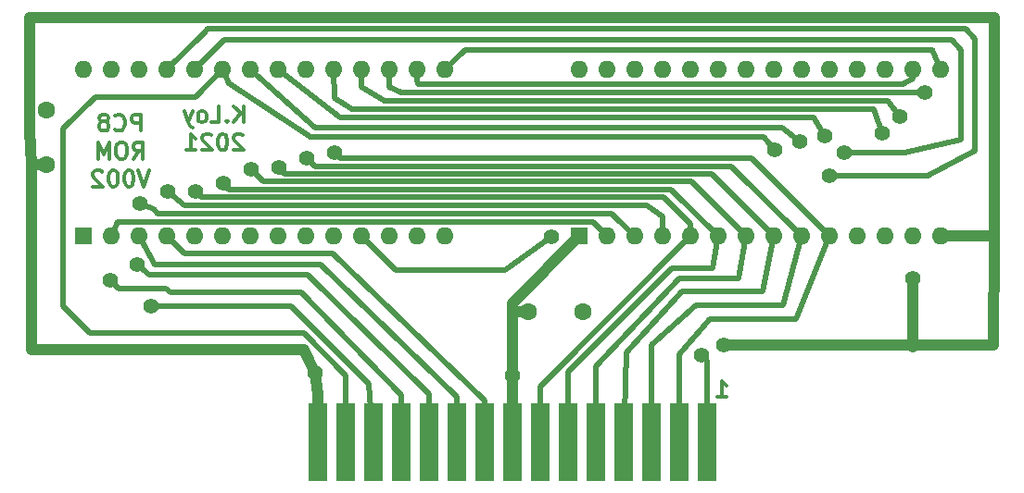
<source format=gbr>
%TF.GenerationSoftware,KiCad,Pcbnew,(5.1.8)-1*%
%TF.CreationDate,2021-01-24T18:09:35+01:00*%
%TF.ProjectId,Alphatronic_PC8_ROM-Modul,416c7068-6174-4726-9f6e-69635f504338,2*%
%TF.SameCoordinates,Original*%
%TF.FileFunction,Copper,L2,Bot*%
%TF.FilePolarity,Positive*%
%FSLAX46Y46*%
G04 Gerber Fmt 4.6, Leading zero omitted, Abs format (unit mm)*
G04 Created by KiCad (PCBNEW (5.1.8)-1) date 2021-01-24 18:09:35*
%MOMM*%
%LPD*%
G01*
G04 APERTURE LIST*
%TA.AperFunction,NonConductor*%
%ADD10C,0.300000*%
%TD*%
%TA.AperFunction,ComponentPad*%
%ADD11C,1.600000*%
%TD*%
%TA.AperFunction,ConnectorPad*%
%ADD12R,1.778000X7.112000*%
%TD*%
%TA.AperFunction,ComponentPad*%
%ADD13O,1.600000X1.600000*%
%TD*%
%TA.AperFunction,ComponentPad*%
%ADD14R,1.600000X1.600000*%
%TD*%
%TA.AperFunction,ViaPad*%
%ADD15C,1.400000*%
%TD*%
%TA.AperFunction,Conductor*%
%ADD16C,1.000000*%
%TD*%
%TA.AperFunction,Conductor*%
%ADD17C,1.500000*%
%TD*%
%TA.AperFunction,Conductor*%
%ADD18C,0.500000*%
%TD*%
G04 APERTURE END LIST*
D10*
X114012142Y-91243571D02*
X114012142Y-89743571D01*
X113440714Y-89743571D01*
X113297857Y-89815000D01*
X113226428Y-89886428D01*
X113155000Y-90029285D01*
X113155000Y-90243571D01*
X113226428Y-90386428D01*
X113297857Y-90457857D01*
X113440714Y-90529285D01*
X114012142Y-90529285D01*
X111655000Y-91100714D02*
X111726428Y-91172142D01*
X111940714Y-91243571D01*
X112083571Y-91243571D01*
X112297857Y-91172142D01*
X112440714Y-91029285D01*
X112512142Y-90886428D01*
X112583571Y-90600714D01*
X112583571Y-90386428D01*
X112512142Y-90100714D01*
X112440714Y-89957857D01*
X112297857Y-89815000D01*
X112083571Y-89743571D01*
X111940714Y-89743571D01*
X111726428Y-89815000D01*
X111655000Y-89886428D01*
X110797857Y-90386428D02*
X110940714Y-90315000D01*
X111012142Y-90243571D01*
X111083571Y-90100714D01*
X111083571Y-90029285D01*
X111012142Y-89886428D01*
X110940714Y-89815000D01*
X110797857Y-89743571D01*
X110512142Y-89743571D01*
X110369285Y-89815000D01*
X110297857Y-89886428D01*
X110226428Y-90029285D01*
X110226428Y-90100714D01*
X110297857Y-90243571D01*
X110369285Y-90315000D01*
X110512142Y-90386428D01*
X110797857Y-90386428D01*
X110940714Y-90457857D01*
X111012142Y-90529285D01*
X111083571Y-90672142D01*
X111083571Y-90957857D01*
X111012142Y-91100714D01*
X110940714Y-91172142D01*
X110797857Y-91243571D01*
X110512142Y-91243571D01*
X110369285Y-91172142D01*
X110297857Y-91100714D01*
X110226428Y-90957857D01*
X110226428Y-90672142D01*
X110297857Y-90529285D01*
X110369285Y-90457857D01*
X110512142Y-90386428D01*
X113333571Y-93793571D02*
X113833571Y-93079285D01*
X114190714Y-93793571D02*
X114190714Y-92293571D01*
X113619285Y-92293571D01*
X113476428Y-92365000D01*
X113405000Y-92436428D01*
X113333571Y-92579285D01*
X113333571Y-92793571D01*
X113405000Y-92936428D01*
X113476428Y-93007857D01*
X113619285Y-93079285D01*
X114190714Y-93079285D01*
X112405000Y-92293571D02*
X112119285Y-92293571D01*
X111976428Y-92365000D01*
X111833571Y-92507857D01*
X111762142Y-92793571D01*
X111762142Y-93293571D01*
X111833571Y-93579285D01*
X111976428Y-93722142D01*
X112119285Y-93793571D01*
X112405000Y-93793571D01*
X112547857Y-93722142D01*
X112690714Y-93579285D01*
X112762142Y-93293571D01*
X112762142Y-92793571D01*
X112690714Y-92507857D01*
X112547857Y-92365000D01*
X112405000Y-92293571D01*
X111119285Y-93793571D02*
X111119285Y-92293571D01*
X110619285Y-93365000D01*
X110119285Y-92293571D01*
X110119285Y-93793571D01*
X114797857Y-94843571D02*
X114297857Y-96343571D01*
X113797857Y-94843571D01*
X113012142Y-94843571D02*
X112869285Y-94843571D01*
X112726428Y-94915000D01*
X112655000Y-94986428D01*
X112583571Y-95129285D01*
X112512142Y-95415000D01*
X112512142Y-95772142D01*
X112583571Y-96057857D01*
X112655000Y-96200714D01*
X112726428Y-96272142D01*
X112869285Y-96343571D01*
X113012142Y-96343571D01*
X113155000Y-96272142D01*
X113226428Y-96200714D01*
X113297857Y-96057857D01*
X113369285Y-95772142D01*
X113369285Y-95415000D01*
X113297857Y-95129285D01*
X113226428Y-94986428D01*
X113155000Y-94915000D01*
X113012142Y-94843571D01*
X111583571Y-94843571D02*
X111440714Y-94843571D01*
X111297857Y-94915000D01*
X111226428Y-94986428D01*
X111155000Y-95129285D01*
X111083571Y-95415000D01*
X111083571Y-95772142D01*
X111155000Y-96057857D01*
X111226428Y-96200714D01*
X111297857Y-96272142D01*
X111440714Y-96343571D01*
X111583571Y-96343571D01*
X111726428Y-96272142D01*
X111797857Y-96200714D01*
X111869285Y-96057857D01*
X111940714Y-95772142D01*
X111940714Y-95415000D01*
X111869285Y-95129285D01*
X111797857Y-94986428D01*
X111726428Y-94915000D01*
X111583571Y-94843571D01*
X110512142Y-94986428D02*
X110440714Y-94915000D01*
X110297857Y-94843571D01*
X109940714Y-94843571D01*
X109797857Y-94915000D01*
X109726428Y-94986428D01*
X109655000Y-95129285D01*
X109655000Y-95272142D01*
X109726428Y-95486428D01*
X110583571Y-96343571D01*
X109655000Y-96343571D01*
X123384142Y-90462571D02*
X123384142Y-88962571D01*
X122527000Y-90462571D02*
X123169857Y-89605428D01*
X122527000Y-88962571D02*
X123384142Y-89819714D01*
X121884142Y-90319714D02*
X121812714Y-90391142D01*
X121884142Y-90462571D01*
X121955571Y-90391142D01*
X121884142Y-90319714D01*
X121884142Y-90462571D01*
X120455571Y-90462571D02*
X121169857Y-90462571D01*
X121169857Y-88962571D01*
X119741285Y-90462571D02*
X119884142Y-90391142D01*
X119955571Y-90319714D01*
X120027000Y-90176857D01*
X120027000Y-89748285D01*
X119955571Y-89605428D01*
X119884142Y-89534000D01*
X119741285Y-89462571D01*
X119527000Y-89462571D01*
X119384142Y-89534000D01*
X119312714Y-89605428D01*
X119241285Y-89748285D01*
X119241285Y-90176857D01*
X119312714Y-90319714D01*
X119384142Y-90391142D01*
X119527000Y-90462571D01*
X119741285Y-90462571D01*
X118741285Y-89462571D02*
X118384142Y-90462571D01*
X118027000Y-89462571D02*
X118384142Y-90462571D01*
X118527000Y-90819714D01*
X118598428Y-90891142D01*
X118741285Y-90962571D01*
X123348428Y-91655428D02*
X123277000Y-91584000D01*
X123134142Y-91512571D01*
X122777000Y-91512571D01*
X122634142Y-91584000D01*
X122562714Y-91655428D01*
X122491285Y-91798285D01*
X122491285Y-91941142D01*
X122562714Y-92155428D01*
X123419857Y-93012571D01*
X122491285Y-93012571D01*
X121562714Y-91512571D02*
X121419857Y-91512571D01*
X121277000Y-91584000D01*
X121205571Y-91655428D01*
X121134142Y-91798285D01*
X121062714Y-92084000D01*
X121062714Y-92441142D01*
X121134142Y-92726857D01*
X121205571Y-92869714D01*
X121277000Y-92941142D01*
X121419857Y-93012571D01*
X121562714Y-93012571D01*
X121705571Y-92941142D01*
X121777000Y-92869714D01*
X121848428Y-92726857D01*
X121919857Y-92441142D01*
X121919857Y-92084000D01*
X121848428Y-91798285D01*
X121777000Y-91655428D01*
X121705571Y-91584000D01*
X121562714Y-91512571D01*
X120491285Y-91655428D02*
X120419857Y-91584000D01*
X120277000Y-91512571D01*
X119919857Y-91512571D01*
X119777000Y-91584000D01*
X119705571Y-91655428D01*
X119634142Y-91798285D01*
X119634142Y-91941142D01*
X119705571Y-92155428D01*
X120562714Y-93012571D01*
X119634142Y-93012571D01*
X118205571Y-93012571D02*
X119062714Y-93012571D01*
X118634142Y-93012571D02*
X118634142Y-91512571D01*
X118777000Y-91726857D01*
X118919857Y-91869714D01*
X119062714Y-91941142D01*
X166703428Y-115613571D02*
X167560571Y-115613571D01*
X167132000Y-115613571D02*
X167132000Y-114113571D01*
X167274857Y-114327857D01*
X167417714Y-114470714D01*
X167560571Y-114542142D01*
D11*
%TO.P,C1,2*%
%TO.N,VCC*%
X105410000Y-89361000D03*
%TO.P,C1,1*%
%TO.N,GND*%
X105410000Y-94361000D03*
%TD*%
%TO.P,C2,1*%
%TO.N,GND*%
X154432000Y-107823000D03*
%TO.P,C2,2*%
%TO.N,VCC*%
X149432000Y-107823000D03*
%TD*%
D12*
%TO.P,J1,1*%
%TO.N,Net-(J1-Pad1)*%
X165735000Y-119761000D03*
%TO.P,J1,2*%
%TO.N,/A0*%
X163195000Y-119761000D03*
%TO.P,J1,3*%
%TO.N,/A1*%
X160655000Y-119761000D03*
%TO.P,J1,11*%
%TO.N,/A8*%
X140335000Y-119761000D03*
%TO.P,J1,12*%
%TO.N,/A9*%
X137795000Y-119761000D03*
%TO.P,J1,13*%
%TO.N,/A10*%
X135255000Y-119761000D03*
%TO.P,J1,14*%
%TO.N,/A11*%
X132715000Y-119761000D03*
%TO.P,J1,10*%
%TO.N,/A7*%
X142875000Y-119761000D03*
%TO.P,J1,4*%
%TO.N,/A2*%
X158115000Y-119761000D03*
%TO.P,J1,5*%
%TO.N,/A3*%
X155575000Y-119761000D03*
%TO.P,J1,6*%
%TO.N,/A4*%
X153035000Y-119761000D03*
%TO.P,J1,7*%
%TO.N,/A5*%
X150495000Y-119761000D03*
%TO.P,J1,8*%
%TO.N,VCC*%
X147955000Y-119761000D03*
%TO.P,J1,9*%
%TO.N,/A6*%
X145415000Y-119761000D03*
%TO.P,J1,15*%
%TO.N,GND*%
X130175000Y-119761000D03*
%TD*%
D13*
%TO.P,U1,28*%
%TO.N,VCC*%
X154076400Y-85648800D03*
%TO.P,U1,14*%
%TO.N,GND*%
X187096400Y-100888800D03*
%TO.P,U1,27*%
%TO.N,VCC*%
X156616400Y-85648800D03*
%TO.P,U1,13*%
%TO.N,/D2*%
X184556400Y-100888800D03*
%TO.P,U1,26*%
%TO.N,Net-(U1-Pad26)*%
X159156400Y-85648800D03*
%TO.P,U1,12*%
%TO.N,/D1*%
X182016400Y-100888800D03*
%TO.P,U1,25*%
%TO.N,/A8*%
X161696400Y-85648800D03*
%TO.P,U1,11*%
%TO.N,/D0*%
X179476400Y-100888800D03*
%TO.P,U1,24*%
%TO.N,/A9*%
X164236400Y-85648800D03*
%TO.P,U1,10*%
%TO.N,/A0*%
X176936400Y-100888800D03*
%TO.P,U1,23*%
%TO.N,/A11*%
X166776400Y-85648800D03*
%TO.P,U1,9*%
%TO.N,/A1*%
X174396400Y-100888800D03*
%TO.P,U1,22*%
%TO.N,/OE#*%
X169316400Y-85648800D03*
%TO.P,U1,8*%
%TO.N,/A2*%
X171856400Y-100888800D03*
%TO.P,U1,21*%
%TO.N,/A10*%
X171856400Y-85648800D03*
%TO.P,U1,7*%
%TO.N,/A3*%
X169316400Y-100888800D03*
%TO.P,U1,20*%
%TO.N,/CS1#*%
X174396400Y-85648800D03*
%TO.P,U1,6*%
%TO.N,/A4*%
X166776400Y-100888800D03*
%TO.P,U1,19*%
%TO.N,/D7*%
X176936400Y-85648800D03*
%TO.P,U1,5*%
%TO.N,/A5*%
X164236400Y-100888800D03*
%TO.P,U1,18*%
%TO.N,/D6*%
X179476400Y-85648800D03*
%TO.P,U1,4*%
%TO.N,/A6*%
X161696400Y-100888800D03*
%TO.P,U1,17*%
%TO.N,/D5*%
X182016400Y-85648800D03*
%TO.P,U1,3*%
%TO.N,/A7*%
X159156400Y-100888800D03*
%TO.P,U1,16*%
%TO.N,/D4*%
X184556400Y-85648800D03*
%TO.P,U1,2*%
%TO.N,/A12*%
X156616400Y-100888800D03*
%TO.P,U1,15*%
%TO.N,/D3*%
X187096400Y-85648800D03*
D14*
%TO.P,U1,1*%
%TO.N,VCC*%
X154076400Y-100888800D03*
%TD*%
%TO.P,U2,1*%
%TO.N,VCC*%
X108813600Y-100888800D03*
D13*
%TO.P,U2,15*%
%TO.N,/D3*%
X141833600Y-85648800D03*
%TO.P,U2,2*%
%TO.N,/A12*%
X111353600Y-100888800D03*
%TO.P,U2,16*%
%TO.N,/D4*%
X139293600Y-85648800D03*
%TO.P,U2,3*%
%TO.N,/A7*%
X113893600Y-100888800D03*
%TO.P,U2,17*%
%TO.N,/D5*%
X136753600Y-85648800D03*
%TO.P,U2,4*%
%TO.N,/A6*%
X116433600Y-100888800D03*
%TO.P,U2,18*%
%TO.N,/D6*%
X134213600Y-85648800D03*
%TO.P,U2,5*%
%TO.N,/A5*%
X118973600Y-100888800D03*
%TO.P,U2,19*%
%TO.N,/D7*%
X131673600Y-85648800D03*
%TO.P,U2,6*%
%TO.N,/A4*%
X121513600Y-100888800D03*
%TO.P,U2,20*%
%TO.N,/CS2#*%
X129133600Y-85648800D03*
%TO.P,U2,7*%
%TO.N,/A3*%
X124053600Y-100888800D03*
%TO.P,U2,21*%
%TO.N,/A10*%
X126593600Y-85648800D03*
%TO.P,U2,8*%
%TO.N,/A2*%
X126593600Y-100888800D03*
%TO.P,U2,22*%
%TO.N,/OE#*%
X124053600Y-85648800D03*
%TO.P,U2,9*%
%TO.N,/A1*%
X129133600Y-100888800D03*
%TO.P,U2,23*%
%TO.N,/A11*%
X121513600Y-85648800D03*
%TO.P,U2,10*%
%TO.N,/A0*%
X131673600Y-100888800D03*
%TO.P,U2,24*%
%TO.N,/A9*%
X118973600Y-85648800D03*
%TO.P,U2,11*%
%TO.N,/D0*%
X134213600Y-100888800D03*
%TO.P,U2,25*%
%TO.N,/A8*%
X116433600Y-85648800D03*
%TO.P,U2,12*%
%TO.N,/D1*%
X136753600Y-100888800D03*
%TO.P,U2,26*%
%TO.N,Net-(U2-Pad26)*%
X113893600Y-85648800D03*
%TO.P,U2,13*%
%TO.N,/D2*%
X139293600Y-100888800D03*
%TO.P,U2,27*%
%TO.N,VCC*%
X111353600Y-85648800D03*
%TO.P,U2,14*%
%TO.N,GND*%
X141833600Y-100888800D03*
%TO.P,U2,28*%
%TO.N,VCC*%
X108813600Y-85648800D03*
%TD*%
D15*
%TO.N,VCC*%
X147980400Y-113639600D03*
%TO.N,GND*%
X184531000Y-104775000D03*
X167259000Y-110871000D03*
X129921000Y-113385600D03*
%TO.N,Net-(J1-Pad1)*%
X165252400Y-111760000D03*
%TO.N,/A0*%
X131699000Y-93218000D03*
%TO.N,/A1*%
X129159000Y-93726000D03*
%TO.N,/A8*%
X176911000Y-95377000D03*
X113665000Y-103505000D03*
%TO.N,/A9*%
X178308000Y-93218000D03*
X111252000Y-104902000D03*
%TO.N,/A10*%
X176530000Y-91694000D03*
X114935000Y-107315000D03*
%TO.N,/A11*%
X171958000Y-92964000D03*
%TO.N,/D0*%
X151511000Y-100965000D03*
%TO.N,/D5*%
X185674000Y-87757000D03*
%TO.N,/OE#*%
X174244000Y-92202000D03*
%TO.N,/A7*%
X113919000Y-97917000D03*
%TO.N,/D6*%
X183388000Y-89916000D03*
%TO.N,/D7*%
X181737000Y-91440000D03*
%TO.N,/A2*%
X126619000Y-94615000D03*
%TO.N,/A3*%
X124079000Y-94742000D03*
%TO.N,/A4*%
X121539000Y-96012000D03*
%TO.N,/A5*%
X118999000Y-96774000D03*
%TO.N,/A6*%
X116459000Y-96774000D03*
%TD*%
D16*
%TO.N,VCC*%
X147955000Y-107010200D02*
X154076400Y-100888800D01*
X148285200Y-106680000D02*
X147955000Y-107010200D01*
X148082000Y-107823000D02*
X147955000Y-107950000D01*
X149432000Y-107823000D02*
X148082000Y-107823000D01*
X147955000Y-107950000D02*
X147955000Y-107010200D01*
X147980400Y-119735600D02*
X147955000Y-119761000D01*
X147980400Y-113639600D02*
X147980400Y-119735600D01*
X147980400Y-107924600D02*
X148082000Y-107823000D01*
X147980400Y-113639600D02*
X147980400Y-107924600D01*
D17*
%TO.N,GND*%
X130175000Y-120015000D02*
X130175000Y-118825000D01*
D16*
X191643000Y-100888800D02*
X192000000Y-101245800D01*
X187096400Y-100888800D02*
X191643000Y-100888800D01*
X105410000Y-94361000D02*
X104013000Y-94361000D01*
X184531000Y-104775000D02*
X184531000Y-110998000D01*
X191922400Y-110871000D02*
X192000000Y-101245800D01*
X167259000Y-110871000D02*
X191922400Y-110871000D01*
X191973200Y-80848200D02*
X192000000Y-101245800D01*
X103886000Y-80899000D02*
X191973200Y-80848200D01*
X103886000Y-91186000D02*
X103886000Y-80899000D01*
X104013000Y-94361000D02*
X103886000Y-91186000D01*
X130175000Y-115316000D02*
X130175000Y-120015000D01*
X129921000Y-113385600D02*
X130175000Y-115316000D01*
X104013000Y-111252000D02*
X104013000Y-94361000D01*
X128905000Y-111252000D02*
X104013000Y-111252000D01*
X129463800Y-112344200D02*
X128905000Y-111252000D01*
X129921000Y-113385600D02*
X129463800Y-112344200D01*
D18*
%TO.N,Net-(J1-Pad1)*%
X165735000Y-112242600D02*
X165252400Y-111760000D01*
X165735000Y-120015000D02*
X165735000Y-112242600D01*
X165649999Y-119929999D02*
X165735000Y-120015000D01*
%TO.N,/A0*%
X163195000Y-111666998D02*
X163195000Y-120015000D01*
X165989000Y-108458000D02*
X163195000Y-111666998D01*
X173863000Y-108458000D02*
X165989000Y-108458000D01*
X176936400Y-100888800D02*
X173863000Y-108458000D01*
X132262950Y-93781950D02*
X131699000Y-93218000D01*
X169829550Y-93781950D02*
X132262950Y-93781950D01*
X176936400Y-100888800D02*
X169829550Y-93781950D01*
%TO.N,/A1*%
X160655000Y-110834478D02*
X160655000Y-120015000D01*
X164719000Y-107188000D02*
X160655000Y-110834478D01*
X172720000Y-107188000D02*
X164719000Y-107188000D01*
X174396400Y-100888800D02*
X172720000Y-107188000D01*
X129914960Y-94481960D02*
X129159000Y-93726000D01*
X167989560Y-94481960D02*
X129914960Y-94481960D01*
X174396400Y-100888800D02*
X167989560Y-94481960D01*
%TO.N,/A8*%
X119851410Y-82230990D02*
X116433600Y-85648800D01*
X120142000Y-81915000D02*
X119851410Y-82230990D01*
X190246000Y-93091000D02*
X190246000Y-82804000D01*
X185928000Y-95377000D02*
X190246000Y-93091000D01*
X189357000Y-81915000D02*
X120142000Y-81915000D01*
X190246000Y-82804000D02*
X189357000Y-81915000D01*
X176911000Y-95377000D02*
X185928000Y-95377000D01*
X140335000Y-116967000D02*
X140335000Y-120015000D01*
X129286000Y-104394000D02*
X140208000Y-115189000D01*
X114808000Y-104394000D02*
X129286000Y-104394000D01*
X113665000Y-103505000D02*
X114808000Y-104394000D01*
X140335000Y-115316000D02*
X140208000Y-115189000D01*
X140335000Y-120015000D02*
X140335000Y-115316000D01*
%TO.N,/A9*%
X121666000Y-82931000D02*
X118973600Y-85648800D01*
X188087000Y-82931000D02*
X121666000Y-82931000D01*
X188976000Y-83820000D02*
X188087000Y-82931000D01*
X188976000Y-92075000D02*
X188976000Y-83820000D01*
X183769000Y-93218000D02*
X188976000Y-92075000D01*
X178308000Y-93218000D02*
X183769000Y-93218000D01*
X112014000Y-105664000D02*
X111252000Y-104902000D01*
X116332000Y-105664000D02*
X112014000Y-105664000D01*
X116713000Y-106045000D02*
X116332000Y-105664000D01*
X128651000Y-106045000D02*
X116713000Y-106045000D01*
X137795000Y-115443000D02*
X128651000Y-106045000D01*
X137795000Y-120015000D02*
X137795000Y-115443000D01*
%TO.N,/A10*%
X134874000Y-114427000D02*
X127762000Y-107315000D01*
X127762000Y-107315000D02*
X114935000Y-107315000D01*
X135255000Y-120015000D02*
X134874000Y-114427000D01*
X132207000Y-90043000D02*
X126593600Y-85648800D01*
X175514000Y-90043000D02*
X132207000Y-90043000D01*
X176530000Y-91694000D02*
X175514000Y-90043000D01*
%TO.N,/A11*%
X122047000Y-86868000D02*
X121513600Y-85648800D01*
X129540000Y-91821000D02*
X122047000Y-86868000D01*
X170942000Y-91821000D02*
X129540000Y-91821000D01*
X171958000Y-92964000D02*
X170942000Y-91821000D01*
X119024400Y-88138000D02*
X121513600Y-85648800D01*
X109855000Y-88138000D02*
X119024400Y-88138000D01*
X106934000Y-91059000D02*
X109855000Y-88138000D01*
X106934000Y-107315000D02*
X106934000Y-91059000D01*
X109347000Y-109728000D02*
X106934000Y-107315000D01*
X128905000Y-109728000D02*
X109347000Y-109728000D01*
X132715000Y-113665000D02*
X128905000Y-109728000D01*
X132715000Y-120015000D02*
X132715000Y-113665000D01*
%TO.N,/D0*%
X137337800Y-104013000D02*
X134213600Y-100888800D01*
X147320000Y-104013000D02*
X137337800Y-104013000D01*
X151511000Y-100965000D02*
X147320000Y-104013000D01*
%TO.N,/D3*%
X143662400Y-83820000D02*
X141833600Y-85648800D01*
X186309000Y-83820000D02*
X143662400Y-83820000D01*
X187096400Y-85648800D02*
X186309000Y-83820000D01*
%TO.N,/D4*%
X139293600Y-86588600D02*
X139293600Y-85648800D01*
X139319000Y-86995000D02*
X139293600Y-86588600D01*
X183642000Y-86995000D02*
X139319000Y-86995000D01*
X184556400Y-86461600D02*
X183642000Y-86995000D01*
X184556400Y-85648800D02*
X184556400Y-86461600D01*
%TO.N,/D5*%
X136753600Y-87223600D02*
X136753600Y-85648800D01*
X137795000Y-87757000D02*
X136753600Y-87223600D01*
X185674000Y-87757000D02*
X137795000Y-87757000D01*
%TO.N,/OE#*%
X129921000Y-90932000D02*
X124053600Y-85648800D01*
X172591890Y-90933110D02*
X129921000Y-90932000D01*
X174244000Y-92202000D02*
X172591890Y-90933110D01*
%TO.N,/A12*%
X111912400Y-99542600D02*
X111353600Y-100888800D01*
X155342599Y-99614999D02*
X111912400Y-99542600D01*
X156616400Y-100888800D02*
X155342599Y-99614999D01*
%TO.N,/A7*%
X142875000Y-115570000D02*
X142875000Y-120015000D01*
X130429000Y-103505000D02*
X142875000Y-115570000D01*
X115316000Y-103505000D02*
X130429000Y-103505000D01*
X113893600Y-100888800D02*
X115316000Y-103505000D01*
X157403800Y-99136200D02*
X159156400Y-100888800D01*
X157073600Y-98806000D02*
X157403800Y-99136200D01*
X115570000Y-98806000D02*
X157073600Y-98806000D01*
X115189000Y-98425000D02*
X115570000Y-98806000D01*
X113919000Y-97917000D02*
X115189000Y-98425000D01*
%TO.N,/D6*%
X182245000Y-88519000D02*
X183388000Y-89916000D01*
X136271000Y-88519000D02*
X182245000Y-88519000D01*
X134213600Y-87223600D02*
X136271000Y-88519000D01*
X134213600Y-85648800D02*
X134213600Y-87223600D01*
%TO.N,/D7*%
X131699000Y-88265000D02*
X131673600Y-85648800D01*
X133350000Y-89281000D02*
X131699000Y-88265000D01*
X180975000Y-89281000D02*
X133350000Y-89281000D01*
X181737000Y-91440000D02*
X180975000Y-89281000D01*
%TO.N,/A2*%
X158369000Y-111506000D02*
X158115000Y-120015000D01*
X163449000Y-105918000D02*
X158369000Y-111506000D01*
X170815000Y-105918000D02*
X163449000Y-105918000D01*
X171856400Y-100888800D02*
X170815000Y-105918000D01*
X127185970Y-95181970D02*
X126619000Y-94615000D01*
X166149570Y-95181970D02*
X127185970Y-95181970D01*
X171856400Y-100888800D02*
X166149570Y-95181970D01*
%TO.N,/A3*%
X155575000Y-112783654D02*
X155575000Y-120015000D01*
X163195000Y-104775000D02*
X155575000Y-112783654D01*
X168656000Y-104775000D02*
X163195000Y-104775000D01*
X169316400Y-100888800D02*
X168656000Y-104775000D01*
X125218980Y-95881980D02*
X124079000Y-94742000D01*
X164309580Y-95881980D02*
X125218980Y-95881980D01*
X169316400Y-100888800D02*
X164309580Y-95881980D01*
%TO.N,/A4*%
X153035000Y-113285170D02*
X153035000Y-120015000D01*
X162516763Y-103803407D02*
X153035000Y-113285170D01*
X166243000Y-103803407D02*
X162516763Y-103803407D01*
X166776400Y-100888800D02*
X166243000Y-103803407D01*
X122108990Y-96581990D02*
X121539000Y-96012000D01*
X162469590Y-96581990D02*
X122108990Y-96581990D01*
X166776400Y-100888800D02*
X162469590Y-96581990D01*
%TO.N,/A5*%
X150495000Y-114630200D02*
X150495000Y-120015000D01*
X164236400Y-100888800D02*
X150495000Y-114630200D01*
X161760970Y-97282000D02*
X119507000Y-97282000D01*
X164236400Y-99757430D02*
X161760970Y-97282000D01*
X119507000Y-97282000D02*
X118999000Y-96774000D01*
X164236400Y-100888800D02*
X164236400Y-99757430D01*
%TO.N,/A6*%
X117983000Y-102489000D02*
X116433600Y-100888800D01*
X131572000Y-102489000D02*
X117983000Y-102489000D01*
X145415000Y-115959000D02*
X131572000Y-102489000D01*
X145415000Y-120015000D02*
X145415000Y-115959000D01*
X117983000Y-98044000D02*
X116459000Y-96774000D01*
X160274000Y-98044000D02*
X117983000Y-98044000D01*
X161696400Y-99085400D02*
X160274000Y-98044000D01*
X161696400Y-100888800D02*
X161696400Y-99085400D01*
%TD*%
M02*

</source>
